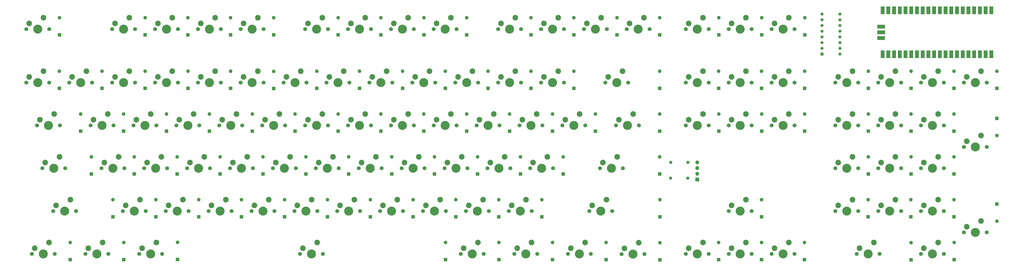
<source format=gbr>
%TF.GenerationSoftware,KiCad,Pcbnew,8.0.5*%
%TF.CreationDate,2025-05-24T22:33:41-04:00*%
%TF.ProjectId,Keyboard-Saturn,4b657962-6f61-4726-942d-53617475726e,rev?*%
%TF.SameCoordinates,Original*%
%TF.FileFunction,Soldermask,Top*%
%TF.FilePolarity,Negative*%
%FSLAX46Y46*%
G04 Gerber Fmt 4.6, Leading zero omitted, Abs format (unit mm)*
G04 Created by KiCad (PCBNEW 8.0.5) date 2025-05-24 22:33:41*
%MOMM*%
%LPD*%
G01*
G04 APERTURE LIST*
G04 Aperture macros list*
%AMRoundRect*
0 Rectangle with rounded corners*
0 $1 Rounding radius*
0 $2 $3 $4 $5 $6 $7 $8 $9 X,Y pos of 4 corners*
0 Add a 4 corners polygon primitive as box body*
4,1,4,$2,$3,$4,$5,$6,$7,$8,$9,$2,$3,0*
0 Add four circle primitives for the rounded corners*
1,1,$1+$1,$2,$3*
1,1,$1+$1,$4,$5*
1,1,$1+$1,$6,$7*
1,1,$1+$1,$8,$9*
0 Add four rect primitives between the rounded corners*
20,1,$1+$1,$2,$3,$4,$5,0*
20,1,$1+$1,$4,$5,$6,$7,0*
20,1,$1+$1,$6,$7,$8,$9,0*
20,1,$1+$1,$8,$9,$2,$3,0*%
G04 Aperture macros list end*
%ADD10R,1.600000X1.600000*%
%ADD11O,1.600000X1.600000*%
%ADD12C,1.750000*%
%ADD13C,4.000000*%
%ADD14C,2.500000*%
%ADD15R,1.700000X1.700000*%
%ADD16O,1.700000X1.700000*%
%ADD17C,1.400000*%
%ADD18O,1.400000X1.400000*%
%ADD19R,1.700000X3.500000*%
%ADD20R,3.500000X1.700000*%
%ADD21RoundRect,0.102000X-0.565000X-0.565000X0.565000X-0.565000X0.565000X0.565000X-0.565000X0.565000X0*%
%ADD22C,1.334000*%
G04 APERTURE END LIST*
D10*
%TO.C,D3*%
X97500000Y-59660000D03*
D11*
X97500000Y-52040000D03*
%TD*%
D12*
%TO.C,SW14*%
X25800000Y-80920000D03*
D13*
X30880000Y-80920000D03*
D12*
X35960000Y-80920000D03*
D14*
X27070000Y-78380000D03*
X33420000Y-75840000D03*
%TD*%
D10*
%TO.C,D30*%
X88000000Y-102500000D03*
D11*
X88000000Y-94880000D03*
%TD*%
D10*
%TO.C,D37*%
X221300000Y-102500000D03*
D11*
X221300000Y-94880000D03*
%TD*%
D12*
%TO.C,SW32*%
X111480000Y-99960000D03*
D13*
X116560000Y-99960000D03*
D12*
X121640000Y-99960000D03*
D14*
X112750000Y-97420000D03*
X119100000Y-94880000D03*
%TD*%
D12*
%TO.C,SW80*%
X337640000Y-99955000D03*
D13*
X342720000Y-99955000D03*
D12*
X347800000Y-99955000D03*
D14*
X338910000Y-97415000D03*
X345260000Y-94875000D03*
%TD*%
D10*
%TO.C,D1*%
X40500000Y-59620000D03*
D11*
X40500000Y-52000000D03*
%TD*%
D10*
%TO.C,D5*%
X135600000Y-59660000D03*
D11*
X135600000Y-52040000D03*
%TD*%
D10*
%TO.C,D76*%
X333150000Y-83470000D03*
D11*
X333150000Y-75850000D03*
%TD*%
D10*
%TO.C,D7*%
X183200000Y-59660000D03*
D11*
X183200000Y-52040000D03*
%TD*%
D10*
%TO.C,D50*%
X207000000Y-121500000D03*
D11*
X207000000Y-113880000D03*
%TD*%
D10*
%TO.C,D83*%
X371325000Y-102525000D03*
D11*
X371325000Y-94905000D03*
%TD*%
D12*
%TO.C,SW74*%
X290040000Y-157190000D03*
D13*
X295120000Y-157190000D03*
D12*
X300200000Y-157190000D03*
D14*
X291310000Y-154650000D03*
X297660000Y-152110000D03*
%TD*%
D12*
%TO.C,SW63*%
X201920000Y-138040000D03*
D13*
X207000000Y-138040000D03*
D12*
X212080000Y-138040000D03*
D14*
X203190000Y-135500000D03*
X209540000Y-132960000D03*
%TD*%
D10*
%TO.C,D98*%
X437625000Y-121550000D03*
D11*
X437625000Y-113930000D03*
%TD*%
D10*
%TO.C,D60*%
X159450000Y-140550000D03*
D11*
X159450000Y-132930000D03*
%TD*%
D10*
%TO.C,D104*%
X437600000Y-140600000D03*
D11*
X437600000Y-132980000D03*
%TD*%
D12*
%TO.C,SW46*%
X116240000Y-119000000D03*
D13*
X121320000Y-119000000D03*
D12*
X126400000Y-119000000D03*
D14*
X117510000Y-116460000D03*
X123860000Y-113920000D03*
%TD*%
D10*
%TO.C,D63*%
X216500000Y-140600000D03*
D11*
X216500000Y-132980000D03*
%TD*%
D12*
%TO.C,SW43*%
X59120000Y-119000000D03*
D13*
X64200000Y-119000000D03*
D12*
X69280000Y-119000000D03*
D14*
X60390000Y-116460000D03*
X66740000Y-113920000D03*
%TD*%
D10*
%TO.C,D25*%
X249800000Y-83400000D03*
D11*
X249800000Y-75780000D03*
%TD*%
D10*
%TO.C,D86*%
X352200000Y-140600000D03*
D11*
X352200000Y-132980000D03*
%TD*%
D12*
%TO.C,SW7*%
X168600000Y-57120000D03*
D13*
X173680000Y-57120000D03*
D12*
X178760000Y-57120000D03*
D14*
X169870000Y-54580000D03*
X176220000Y-52040000D03*
%TD*%
D10*
%TO.C,D28*%
X49900000Y-102500000D03*
D11*
X49900000Y-94880000D03*
%TD*%
D10*
%TO.C,D33*%
X145100000Y-102500000D03*
D11*
X145100000Y-94880000D03*
%TD*%
D12*
%TO.C,SW82*%
X356680000Y-80915000D03*
D13*
X361760000Y-80915000D03*
D12*
X366840000Y-80915000D03*
D14*
X357950000Y-78375000D03*
X364300000Y-75835000D03*
%TD*%
D10*
%TO.C,D4*%
X116500000Y-59660000D03*
D11*
X116500000Y-52040000D03*
%TD*%
D12*
%TO.C,SW64*%
X220960000Y-138040000D03*
D13*
X226040000Y-138040000D03*
D12*
X231120000Y-138040000D03*
D14*
X222230000Y-135500000D03*
X228580000Y-132960000D03*
%TD*%
D12*
%TO.C,SW78*%
X337640000Y-57115000D03*
D13*
X342720000Y-57115000D03*
D12*
X347800000Y-57115000D03*
D14*
X338910000Y-54575000D03*
X345260000Y-52035000D03*
%TD*%
D12*
%TO.C,SW84*%
X384920000Y-80915000D03*
D13*
X390000000Y-80915000D03*
D12*
X395080000Y-80915000D03*
D14*
X386190000Y-78375000D03*
X392540000Y-75835000D03*
%TD*%
D12*
%TO.C,SW97*%
X423000000Y-99955000D03*
D13*
X428080000Y-99955000D03*
D12*
X433160000Y-99955000D03*
D14*
X424270000Y-97415000D03*
X430620000Y-94875000D03*
%TD*%
D10*
%TO.C,D78*%
X352250000Y-59645000D03*
D11*
X352250000Y-52025000D03*
%TD*%
D12*
%TO.C,SW8*%
X187640000Y-57120000D03*
D13*
X192720000Y-57120000D03*
D12*
X197800000Y-57120000D03*
D14*
X188910000Y-54580000D03*
X195260000Y-52040000D03*
%TD*%
D10*
%TO.C,D90*%
X399575000Y-121525000D03*
D11*
X399575000Y-113905000D03*
%TD*%
D12*
%TO.C,SW59*%
X125760000Y-138040000D03*
D13*
X130840000Y-138040000D03*
D12*
X135920000Y-138040000D03*
D14*
X127030000Y-135500000D03*
X133380000Y-132960000D03*
%TD*%
D10*
%TO.C,D34*%
X164200000Y-102500000D03*
D11*
X164200000Y-94880000D03*
%TD*%
D12*
%TO.C,SW56*%
X68640000Y-138040000D03*
D13*
X73720000Y-138040000D03*
D12*
X78800000Y-138040000D03*
D14*
X69910000Y-135500000D03*
X76260000Y-132960000D03*
%TD*%
D10*
%TO.C,D44*%
X92800000Y-121510000D03*
D11*
X92800000Y-113890000D03*
%TD*%
D10*
%TO.C,D67*%
X45300000Y-159635000D03*
D11*
X45300000Y-152015000D03*
%TD*%
D10*
%TO.C,D71*%
X235625000Y-159650000D03*
D11*
X235625000Y-152030000D03*
%TD*%
D10*
%TO.C,D85*%
X333175000Y-159600000D03*
D11*
X333175000Y-151980000D03*
%TD*%
D12*
%TO.C,SW93*%
X403960000Y-99955000D03*
D13*
X409040000Y-99955000D03*
D12*
X414120000Y-99955000D03*
D14*
X405230000Y-97415000D03*
X411580000Y-94875000D03*
%TD*%
D12*
%TO.C,SW52*%
X230480000Y-119000000D03*
D13*
X235560000Y-119000000D03*
D12*
X240640000Y-119000000D03*
D14*
X231750000Y-116460000D03*
X238100000Y-113920000D03*
%TD*%
D10*
%TO.C,D19*%
X135600000Y-83500000D03*
D11*
X135600000Y-75880000D03*
%TD*%
D10*
%TO.C,D9*%
X221300000Y-59660000D03*
D11*
X221300000Y-52040000D03*
%TD*%
D10*
%TO.C,D70*%
X211875000Y-159600000D03*
D11*
X211875000Y-151980000D03*
%TD*%
D12*
%TO.C,SW75*%
X318600000Y-57115000D03*
D13*
X323680000Y-57115000D03*
D12*
X328760000Y-57115000D03*
D14*
X319870000Y-54575000D03*
X326220000Y-52035000D03*
%TD*%
D12*
%TO.C,SW12*%
X273320000Y-57120000D03*
D13*
X278400000Y-57120000D03*
D12*
X283480000Y-57120000D03*
D14*
X274590000Y-54580000D03*
X280940000Y-52040000D03*
%TD*%
D10*
%TO.C,D53*%
X264100000Y-121500000D03*
D11*
X264100000Y-113880000D03*
%TD*%
D10*
%TO.C,D18*%
X116500000Y-83400000D03*
D11*
X116500000Y-75780000D03*
%TD*%
D15*
%TO.C,J1*%
X323680000Y-123975000D03*
D16*
X323680000Y-121435000D03*
X323680000Y-118895000D03*
X323680000Y-116355000D03*
%TD*%
D12*
%TO.C,SW10*%
X235240000Y-57120000D03*
D13*
X240320000Y-57120000D03*
D12*
X245400000Y-57120000D03*
D14*
X236510000Y-54580000D03*
X242860000Y-52040000D03*
%TD*%
D12*
%TO.C,SW37*%
X206680000Y-99960000D03*
D13*
X211760000Y-99960000D03*
D12*
X216840000Y-99960000D03*
D14*
X207950000Y-97420000D03*
X214300000Y-94880000D03*
%TD*%
D10*
%TO.C,D47*%
X149900000Y-121500000D03*
D11*
X149900000Y-113880000D03*
%TD*%
D12*
%TO.C,SW36*%
X187640000Y-99960000D03*
D13*
X192720000Y-99960000D03*
D12*
X197800000Y-99960000D03*
D14*
X188910000Y-97420000D03*
X195260000Y-94880000D03*
%TD*%
D12*
%TO.C,SW30*%
X73400000Y-99960000D03*
D13*
X78480000Y-99960000D03*
D12*
X83560000Y-99960000D03*
D14*
X74670000Y-97420000D03*
X81020000Y-94880000D03*
%TD*%
D12*
%TO.C,SW51*%
X211440000Y-119000000D03*
D13*
X216520000Y-119000000D03*
D12*
X221600000Y-119000000D03*
D14*
X212710000Y-116460000D03*
X219060000Y-113920000D03*
%TD*%
D10*
%TO.C,D52*%
X245200000Y-121500000D03*
D11*
X245200000Y-113880000D03*
%TD*%
D10*
%TO.C,D8*%
X202300000Y-59660000D03*
D11*
X202300000Y-52040000D03*
%TD*%
D12*
%TO.C,SW83*%
X356680000Y-99955000D03*
D13*
X361760000Y-99955000D03*
D12*
X366840000Y-99955000D03*
D14*
X357950000Y-97415000D03*
X364300000Y-94875000D03*
%TD*%
D12*
%TO.C,SW15*%
X44840000Y-80920000D03*
D13*
X49920000Y-80920000D03*
D12*
X55000000Y-80920000D03*
D14*
X46110000Y-78380000D03*
X52460000Y-75840000D03*
%TD*%
D12*
%TO.C,SW76*%
X318600000Y-80915000D03*
D13*
X323680000Y-80915000D03*
D12*
X328760000Y-80915000D03*
D14*
X319870000Y-78375000D03*
X326220000Y-75835000D03*
%TD*%
D10*
%TO.C,D2*%
X78500000Y-59670000D03*
D11*
X78500000Y-52050000D03*
%TD*%
D12*
%TO.C,SW35*%
X168600000Y-99960000D03*
D13*
X173680000Y-99960000D03*
D12*
X178760000Y-99960000D03*
D14*
X169870000Y-97420000D03*
X176220000Y-94880000D03*
%TD*%
D10*
%TO.C,D72*%
X259400000Y-159650000D03*
D11*
X259400000Y-152030000D03*
%TD*%
D12*
%TO.C,SW100*%
X442040000Y-80915000D03*
D13*
X447120000Y-80915000D03*
D12*
X452200000Y-80915000D03*
D14*
X443310000Y-78375000D03*
X449660000Y-75835000D03*
%TD*%
D10*
%TO.C,D73*%
X283200000Y-159650000D03*
D11*
X283200000Y-152030000D03*
%TD*%
D12*
%TO.C,SW1*%
X25800000Y-57120000D03*
D13*
X30880000Y-57120000D03*
D12*
X35960000Y-57120000D03*
D14*
X27070000Y-54580000D03*
X33420000Y-52040000D03*
%TD*%
D10*
%TO.C,D24*%
X230800000Y-83400000D03*
D11*
X230800000Y-75780000D03*
%TD*%
D10*
%TO.C,D13*%
X307000000Y-59660000D03*
D11*
X307000000Y-52040000D03*
%TD*%
D12*
%TO.C,SW42*%
X32940000Y-119005000D03*
D13*
X38020000Y-119005000D03*
D12*
X43100000Y-119005000D03*
D14*
X34210000Y-116465000D03*
X40560000Y-113925000D03*
%TD*%
D12*
%TO.C,SW72*%
X242440000Y-157080000D03*
D13*
X247520000Y-157080000D03*
D12*
X252600000Y-157080000D03*
D14*
X243710000Y-154540000D03*
X250060000Y-152000000D03*
%TD*%
D12*
%TO.C,SW81*%
X356680000Y-57115000D03*
D13*
X361760000Y-57115000D03*
D12*
X366840000Y-57115000D03*
D14*
X357950000Y-54575000D03*
X364300000Y-52035000D03*
%TD*%
D12*
%TO.C,SW34*%
X149560000Y-99960000D03*
D13*
X154640000Y-99960000D03*
D12*
X159720000Y-99960000D03*
D14*
X150830000Y-97420000D03*
X157180000Y-94880000D03*
%TD*%
D17*
%TO.C,R4*%
X319500000Y-116350000D03*
D18*
X311880000Y-116350000D03*
%TD*%
D12*
%TO.C,SW17*%
X82920000Y-80920000D03*
D13*
X88000000Y-80920000D03*
D12*
X93080000Y-80920000D03*
D14*
X84190000Y-78380000D03*
X90540000Y-75840000D03*
%TD*%
D12*
%TO.C,SW95*%
X442040000Y-147555000D03*
D13*
X447120000Y-147555000D03*
D12*
X452200000Y-147555000D03*
D14*
X443310000Y-145015000D03*
X449660000Y-142475000D03*
%TD*%
D10*
%TO.C,D14*%
X40400000Y-83410000D03*
D11*
X40400000Y-75790000D03*
%TD*%
D10*
%TO.C,D31*%
X107100000Y-102500000D03*
D11*
X107100000Y-94880000D03*
%TD*%
D12*
%TO.C,SW65*%
X240000000Y-138040000D03*
D13*
X245080000Y-138040000D03*
D12*
X250160000Y-138040000D03*
D14*
X241270000Y-135500000D03*
X247620000Y-132960000D03*
%TD*%
D12*
%TO.C,SW53*%
X249520000Y-119000000D03*
D13*
X254600000Y-119000000D03*
D12*
X259680000Y-119000000D03*
D14*
X250790000Y-116460000D03*
X257140000Y-113920000D03*
%TD*%
D12*
%TO.C,SW28*%
X30560000Y-99960000D03*
D13*
X35640000Y-99960000D03*
D12*
X40720000Y-99960000D03*
D14*
X31830000Y-97420000D03*
X38180000Y-94880000D03*
%TD*%
D12*
%TO.C,SW44*%
X78160000Y-119000000D03*
D13*
X83240000Y-119000000D03*
D12*
X88320000Y-119000000D03*
D14*
X79430000Y-116460000D03*
X85780000Y-113920000D03*
%TD*%
D10*
%TO.C,D84*%
X399575000Y-83425000D03*
D11*
X399575000Y-75805000D03*
%TD*%
D12*
%TO.C,SW67*%
X28240000Y-157080000D03*
D13*
X33320000Y-157080000D03*
D12*
X38400000Y-157080000D03*
D14*
X29510000Y-154540000D03*
X35860000Y-152000000D03*
%TD*%
D10*
%TO.C,D102*%
X456650000Y-96775000D03*
D11*
X456650000Y-104395000D03*
%TD*%
D10*
%TO.C,D93*%
X418550000Y-102475000D03*
D11*
X418550000Y-94855000D03*
%TD*%
D12*
%TO.C,SW68*%
X52040000Y-157080000D03*
D13*
X57120000Y-157080000D03*
D12*
X62200000Y-157080000D03*
D14*
X53310000Y-154540000D03*
X59660000Y-152000000D03*
%TD*%
D10*
%TO.C,D35*%
X183200000Y-102500000D03*
D11*
X183200000Y-94880000D03*
%TD*%
D12*
%TO.C,SW25*%
X235240000Y-80920000D03*
D13*
X240320000Y-80920000D03*
D12*
X245400000Y-80920000D03*
D14*
X236510000Y-78380000D03*
X242860000Y-75840000D03*
%TD*%
D10*
%TO.C,D40*%
X278400000Y-102500000D03*
D11*
X278400000Y-94880000D03*
%TD*%
D10*
%TO.C,D103*%
X418500000Y-140625000D03*
D11*
X418500000Y-133005000D03*
%TD*%
D10*
%TO.C,D95*%
X456700000Y-134925000D03*
D11*
X456700000Y-142545000D03*
%TD*%
D12*
%TO.C,SW62*%
X182880000Y-138040000D03*
D13*
X187960000Y-138040000D03*
D12*
X193040000Y-138040000D03*
D14*
X184150000Y-135500000D03*
X190500000Y-132960000D03*
%TD*%
D17*
%TO.C,R3*%
X319400000Y-123425000D03*
D18*
X311780000Y-123425000D03*
%TD*%
D12*
%TO.C,SW38*%
X225720000Y-99960000D03*
D13*
X230800000Y-99960000D03*
D12*
X235880000Y-99960000D03*
D14*
X226990000Y-97420000D03*
X233340000Y-94880000D03*
%TD*%
D10*
%TO.C,D42*%
X54700000Y-121510000D03*
D11*
X54700000Y-113890000D03*
%TD*%
D12*
%TO.C,SW58*%
X106720000Y-138040000D03*
D13*
X111800000Y-138040000D03*
D12*
X116880000Y-138040000D03*
D14*
X107990000Y-135500000D03*
X114340000Y-132960000D03*
%TD*%
D12*
%TO.C,SW13*%
X292360000Y-57120000D03*
D13*
X297440000Y-57120000D03*
D12*
X302520000Y-57120000D03*
D14*
X293630000Y-54580000D03*
X299980000Y-52040000D03*
%TD*%
D10*
%TO.C,D68*%
X69100000Y-159635000D03*
D11*
X69100000Y-152015000D03*
%TD*%
D10*
%TO.C,D48*%
X168900000Y-121500000D03*
D11*
X168900000Y-113880000D03*
%TD*%
D12*
%TO.C,SW23*%
X197160000Y-80920000D03*
D13*
X202240000Y-80920000D03*
D12*
X207320000Y-80920000D03*
D14*
X198430000Y-78380000D03*
X204780000Y-75840000D03*
%TD*%
D12*
%TO.C,SW22*%
X178120000Y-80920000D03*
D13*
X183200000Y-80920000D03*
D12*
X188280000Y-80920000D03*
D14*
X179390000Y-78380000D03*
X185740000Y-75840000D03*
%TD*%
D12*
%TO.C,SW88*%
X384920000Y-99955000D03*
D13*
X390000000Y-99955000D03*
D12*
X395080000Y-99955000D03*
D14*
X386190000Y-97415000D03*
X392540000Y-94875000D03*
%TD*%
D12*
%TO.C,SW20*%
X140040000Y-80920000D03*
D13*
X145120000Y-80920000D03*
D12*
X150200000Y-80920000D03*
D14*
X141310000Y-78380000D03*
X147660000Y-75840000D03*
%TD*%
D12*
%TO.C,SW18*%
X101960000Y-80920000D03*
D13*
X107040000Y-80920000D03*
D12*
X112120000Y-80920000D03*
D14*
X103230000Y-78380000D03*
X109580000Y-75840000D03*
%TD*%
D12*
%TO.C,SW33*%
X130520000Y-99960000D03*
D13*
X135600000Y-99960000D03*
D12*
X140680000Y-99960000D03*
D14*
X131790000Y-97420000D03*
X138140000Y-94880000D03*
%TD*%
D12*
%TO.C,SW6*%
X149560000Y-57120000D03*
D13*
X154640000Y-57120000D03*
D12*
X159720000Y-57120000D03*
D14*
X150830000Y-54580000D03*
X157180000Y-52040000D03*
%TD*%
D10*
%TO.C,D54*%
X307000000Y-121500000D03*
D11*
X307000000Y-113880000D03*
%TD*%
D12*
%TO.C,SW91*%
X394440000Y-157075000D03*
D13*
X399520000Y-157075000D03*
D12*
X404600000Y-157075000D03*
D14*
X395710000Y-154535000D03*
X402060000Y-151995000D03*
%TD*%
D12*
%TO.C,SW85*%
X318600000Y-157075000D03*
D13*
X323680000Y-157075000D03*
D12*
X328760000Y-157075000D03*
D14*
X319870000Y-154535000D03*
X326220000Y-151995000D03*
%TD*%
D10*
%TO.C,D21*%
X173700000Y-83400000D03*
D11*
X173700000Y-75780000D03*
%TD*%
D10*
%TO.C,D58*%
X121300000Y-140550000D03*
D11*
X121300000Y-132930000D03*
%TD*%
D10*
%TO.C,D101*%
X399525000Y-140600000D03*
D11*
X399525000Y-132980000D03*
%TD*%
D12*
%TO.C,SW24*%
X216200000Y-80920000D03*
D13*
X221280000Y-80920000D03*
D12*
X226360000Y-80920000D03*
D14*
X217470000Y-78380000D03*
X223820000Y-75840000D03*
%TD*%
D10*
%TO.C,D10*%
X249800000Y-59660000D03*
D11*
X249800000Y-52040000D03*
%TD*%
D10*
%TO.C,D36*%
X202200000Y-102500000D03*
D11*
X202200000Y-94880000D03*
%TD*%
D10*
%TO.C,D6*%
X164200000Y-59660000D03*
D11*
X164200000Y-52040000D03*
%TD*%
D10*
%TO.C,D32*%
X126100000Y-102500000D03*
D11*
X126100000Y-94880000D03*
%TD*%
D12*
%TO.C,SW40*%
X263800000Y-99960000D03*
D13*
X268880000Y-99960000D03*
D12*
X273960000Y-99960000D03*
D14*
X265070000Y-97420000D03*
X271420000Y-94880000D03*
%TD*%
D12*
%TO.C,SW31*%
X92440000Y-99960000D03*
D13*
X97520000Y-99960000D03*
D12*
X102600000Y-99960000D03*
D14*
X93710000Y-97420000D03*
X100060000Y-94880000D03*
%TD*%
D10*
%TO.C,D97*%
X437575000Y-102525000D03*
D11*
X437575000Y-94905000D03*
%TD*%
D12*
%TO.C,SW39*%
X244760000Y-99960000D03*
D13*
X249840000Y-99960000D03*
D12*
X254920000Y-99960000D03*
D14*
X246030000Y-97420000D03*
X252380000Y-94880000D03*
%TD*%
D10*
%TO.C,D100*%
X456625000Y-83460000D03*
D11*
X456625000Y-75840000D03*
%TD*%
D12*
%TO.C,SW92*%
X403960000Y-80915000D03*
D13*
X409040000Y-80915000D03*
D12*
X414120000Y-80915000D03*
D14*
X405230000Y-78375000D03*
X411580000Y-75835000D03*
%TD*%
D10*
%TO.C,D29*%
X69000000Y-102500000D03*
D11*
X69000000Y-94880000D03*
%TD*%
D10*
%TO.C,D22*%
X192800000Y-83410000D03*
D11*
X192800000Y-75790000D03*
%TD*%
D12*
%TO.C,SW103*%
X403960000Y-138035000D03*
D13*
X409040000Y-138035000D03*
D12*
X414120000Y-138035000D03*
D14*
X405230000Y-135495000D03*
X411580000Y-132955000D03*
%TD*%
D12*
%TO.C,SW9*%
X206680000Y-57120000D03*
D13*
X211760000Y-57120000D03*
D12*
X216840000Y-57120000D03*
D14*
X207950000Y-54580000D03*
X214300000Y-52040000D03*
%TD*%
D12*
%TO.C,SW73*%
X266255000Y-157090000D03*
D13*
X271335000Y-157090000D03*
D12*
X276415000Y-157090000D03*
D14*
X267525000Y-154550000D03*
X273875000Y-152010000D03*
%TD*%
D10*
%TO.C,D12*%
X288000000Y-59660000D03*
D11*
X288000000Y-52040000D03*
%TD*%
D10*
%TO.C,D27*%
X306950000Y-83435000D03*
D11*
X306950000Y-75815000D03*
%TD*%
D10*
%TO.C,D38*%
X240300000Y-102500000D03*
D11*
X240300000Y-94880000D03*
%TD*%
D10*
%TO.C,D89*%
X371225000Y-159650000D03*
D11*
X371225000Y-152030000D03*
%TD*%
D10*
%TO.C,D57*%
X102350000Y-140600000D03*
D11*
X102350000Y-132980000D03*
%TD*%
D12*
%TO.C,SW87*%
X337640000Y-157075000D03*
D13*
X342720000Y-157075000D03*
D12*
X347800000Y-157075000D03*
D14*
X338910000Y-154535000D03*
X345260000Y-151995000D03*
%TD*%
D10*
%TO.C,D79*%
X352200000Y-83420000D03*
D11*
X352200000Y-75800000D03*
%TD*%
D12*
%TO.C,SW86*%
X337640000Y-138035000D03*
D13*
X342720000Y-138035000D03*
D12*
X347800000Y-138035000D03*
D14*
X338910000Y-135495000D03*
X345260000Y-132955000D03*
%TD*%
D10*
%TO.C,D81*%
X371375000Y-59665000D03*
D11*
X371375000Y-52045000D03*
%TD*%
D10*
%TO.C,D45*%
X111800000Y-121510000D03*
D11*
X111800000Y-113890000D03*
%TD*%
D12*
%TO.C,SW26*%
X254280000Y-80920000D03*
D13*
X259360000Y-80920000D03*
D12*
X264440000Y-80920000D03*
D14*
X255550000Y-78380000D03*
X261900000Y-75840000D03*
%TD*%
D12*
%TO.C,SW61*%
X163840000Y-138040000D03*
D13*
X168920000Y-138040000D03*
D12*
X174000000Y-138040000D03*
D14*
X165110000Y-135500000D03*
X171460000Y-132960000D03*
%TD*%
D10*
%TO.C,D43*%
X73700000Y-121510000D03*
D11*
X73700000Y-113890000D03*
%TD*%
D10*
%TO.C,D46*%
X130900000Y-121510000D03*
D11*
X130900000Y-113890000D03*
%TD*%
D12*
%TO.C,SW96*%
X423000000Y-80915000D03*
D13*
X428080000Y-80915000D03*
D12*
X433160000Y-80915000D03*
D14*
X424270000Y-78375000D03*
X430620000Y-75835000D03*
%TD*%
D12*
%TO.C,SW47*%
X135280000Y-119000000D03*
D13*
X140360000Y-119000000D03*
D12*
X145440000Y-119000000D03*
D14*
X136550000Y-116460000D03*
X142900000Y-113920000D03*
%TD*%
D12*
%TO.C,SW21*%
X159080000Y-80920000D03*
D13*
X164160000Y-80920000D03*
D12*
X169240000Y-80920000D03*
D14*
X160350000Y-78380000D03*
X166700000Y-75840000D03*
%TD*%
D10*
%TO.C,D17*%
X97600000Y-83400000D03*
D11*
X97600000Y-75780000D03*
%TD*%
D12*
%TO.C,SW102*%
X442040000Y-109475000D03*
D13*
X447120000Y-109475000D03*
D12*
X452200000Y-109475000D03*
D14*
X443310000Y-106935000D03*
X449660000Y-104395000D03*
%TD*%
D12*
%TO.C,SW99*%
X423000000Y-157075000D03*
D13*
X428080000Y-157075000D03*
D12*
X433160000Y-157075000D03*
D14*
X424270000Y-154535000D03*
X430620000Y-151995000D03*
%TD*%
D10*
%TO.C,D88*%
X399575000Y-102475000D03*
D11*
X399575000Y-94855000D03*
%TD*%
D12*
%TO.C,SW11*%
X254280000Y-57120000D03*
D13*
X259360000Y-57120000D03*
D12*
X264440000Y-57120000D03*
D14*
X255550000Y-54580000D03*
X261900000Y-52040000D03*
%TD*%
D10*
%TO.C,D75*%
X333250000Y-59615000D03*
D11*
X333250000Y-51995000D03*
%TD*%
D12*
%TO.C,SW48*%
X154320000Y-119000000D03*
D13*
X159400000Y-119000000D03*
D12*
X164480000Y-119000000D03*
D14*
X155590000Y-116460000D03*
X161940000Y-113920000D03*
%TD*%
D10*
%TO.C,D15*%
X59400000Y-83400000D03*
D11*
X59400000Y-75780000D03*
%TD*%
D12*
%TO.C,SW71*%
X218640000Y-157080000D03*
D13*
X223720000Y-157080000D03*
D12*
X228800000Y-157080000D03*
D14*
X219910000Y-154540000D03*
X226260000Y-152000000D03*
%TD*%
D12*
%TO.C,SW27*%
X282840000Y-80920000D03*
D13*
X287920000Y-80920000D03*
D12*
X293000000Y-80920000D03*
D14*
X284110000Y-78380000D03*
X290460000Y-75840000D03*
%TD*%
D10*
%TO.C,D59*%
X140400000Y-140550000D03*
D11*
X140400000Y-132930000D03*
%TD*%
D12*
%TO.C,SW16*%
X63880000Y-80920000D03*
D13*
X68960000Y-80920000D03*
D12*
X74040000Y-80920000D03*
D14*
X65150000Y-78380000D03*
X71500000Y-75840000D03*
%TD*%
D10*
%TO.C,D20*%
X154700000Y-83410000D03*
D11*
X154700000Y-75790000D03*
%TD*%
D10*
%TO.C,D26*%
X268900000Y-83400000D03*
D11*
X268900000Y-75780000D03*
%TD*%
D12*
%TO.C,SW2*%
X63880000Y-57120000D03*
D13*
X68960000Y-57120000D03*
D12*
X74040000Y-57120000D03*
D14*
X65150000Y-54580000D03*
X71500000Y-52040000D03*
%TD*%
D10*
%TO.C,D77*%
X333200000Y-102470000D03*
D11*
X333200000Y-94850000D03*
%TD*%
D12*
%TO.C,SW57*%
X87680000Y-138040000D03*
D13*
X92760000Y-138040000D03*
D12*
X97840000Y-138040000D03*
D14*
X88950000Y-135500000D03*
X95300000Y-132960000D03*
%TD*%
D10*
%TO.C,D49*%
X188000000Y-121500000D03*
D11*
X188000000Y-113880000D03*
%TD*%
D12*
%TO.C,SW45*%
X97200000Y-119000000D03*
D13*
X102280000Y-119000000D03*
D12*
X107360000Y-119000000D03*
D14*
X98470000Y-116460000D03*
X104820000Y-113920000D03*
%TD*%
D10*
%TO.C,D80*%
X352275000Y-102525000D03*
D11*
X352275000Y-94905000D03*
%TD*%
D12*
%TO.C,SW60*%
X144800000Y-138040000D03*
D13*
X149880000Y-138040000D03*
D12*
X154960000Y-138040000D03*
D14*
X146070000Y-135500000D03*
X152420000Y-132960000D03*
%TD*%
D10*
%TO.C,D91*%
X418600000Y-159725000D03*
D11*
X418600000Y-152105000D03*
%TD*%
D10*
%TO.C,D61*%
X178500000Y-140550000D03*
D11*
X178500000Y-132930000D03*
%TD*%
D10*
%TO.C,D99*%
X437675000Y-159625000D03*
D11*
X437675000Y-152005000D03*
%TD*%
D12*
%TO.C,SW90*%
X384920000Y-118995000D03*
D13*
X390000000Y-118995000D03*
D12*
X395080000Y-118995000D03*
D14*
X386190000Y-116455000D03*
X392540000Y-113915000D03*
%TD*%
D12*
%TO.C,SW50*%
X192400000Y-119000000D03*
D13*
X197480000Y-119000000D03*
D12*
X202560000Y-119000000D03*
D14*
X193670000Y-116460000D03*
X200020000Y-113920000D03*
%TD*%
D10*
%TO.C,D66*%
X307050000Y-140600000D03*
D11*
X307050000Y-132980000D03*
%TD*%
D12*
%TO.C,SW55*%
X37690000Y-138040000D03*
D13*
X42770000Y-138040000D03*
D12*
X47850000Y-138040000D03*
D14*
X38960000Y-135500000D03*
X45310000Y-132960000D03*
%TD*%
D10*
%TO.C,D69*%
X92900000Y-159575000D03*
D11*
X92900000Y-151955000D03*
%TD*%
D12*
%TO.C,SW89*%
X356680000Y-157075000D03*
D13*
X361760000Y-157075000D03*
D12*
X366840000Y-157075000D03*
D14*
X357950000Y-154535000D03*
X364300000Y-151995000D03*
%TD*%
D12*
%TO.C,SW101*%
X384920000Y-138035000D03*
D13*
X390000000Y-138035000D03*
D12*
X395080000Y-138035000D03*
D14*
X386190000Y-135495000D03*
X392540000Y-132955000D03*
%TD*%
D10*
%TO.C,D65*%
X254650000Y-140600000D03*
D11*
X254650000Y-132980000D03*
%TD*%
D12*
%TO.C,SW77*%
X318600000Y-99955000D03*
D13*
X323680000Y-99955000D03*
D12*
X328760000Y-99955000D03*
D14*
X319870000Y-97415000D03*
X326220000Y-94875000D03*
%TD*%
D12*
%TO.C,SW70*%
X147325000Y-157075000D03*
D13*
X152405000Y-157075000D03*
D12*
X157485000Y-157075000D03*
D14*
X148595000Y-154535000D03*
X154945000Y-151995000D03*
%TD*%
D12*
%TO.C,SW3*%
X82920000Y-57120000D03*
D13*
X88000000Y-57120000D03*
D12*
X93080000Y-57120000D03*
D14*
X84190000Y-54580000D03*
X90540000Y-52040000D03*
%TD*%
D12*
%TO.C,SW4*%
X101960000Y-57120000D03*
D13*
X107040000Y-57120000D03*
D12*
X112120000Y-57120000D03*
D14*
X103230000Y-54580000D03*
X109580000Y-52040000D03*
%TD*%
D12*
%TO.C,SW41*%
X287600000Y-99960000D03*
D13*
X292680000Y-99960000D03*
D12*
X297760000Y-99960000D03*
D14*
X288870000Y-97420000D03*
X295220000Y-94880000D03*
%TD*%
D12*
%TO.C,SW79*%
X337640000Y-80915000D03*
D13*
X342720000Y-80915000D03*
D12*
X347800000Y-80915000D03*
D14*
X338910000Y-78375000D03*
X345260000Y-75835000D03*
%TD*%
D10*
%TO.C,D64*%
X235550000Y-140600000D03*
D11*
X235550000Y-132980000D03*
%TD*%
D10*
%TO.C,D23*%
X211800000Y-83410000D03*
D11*
X211800000Y-75790000D03*
%TD*%
D10*
%TO.C,D56*%
X83250000Y-140600000D03*
D11*
X83250000Y-132980000D03*
%TD*%
D10*
%TO.C,D51*%
X226100000Y-121500000D03*
D11*
X226100000Y-113880000D03*
%TD*%
D12*
%TO.C,SW94*%
X403960000Y-118995000D03*
D13*
X409040000Y-118995000D03*
D12*
X414120000Y-118995000D03*
D14*
X405230000Y-116455000D03*
X411580000Y-113915000D03*
%TD*%
D10*
%TO.C,D92*%
X418600000Y-83425000D03*
D11*
X418600000Y-75805000D03*
%TD*%
D10*
%TO.C,D82*%
X371350000Y-83470000D03*
D11*
X371350000Y-75850000D03*
%TD*%
D12*
%TO.C,SW54*%
X280480000Y-119000000D03*
D13*
X285560000Y-119000000D03*
D12*
X290640000Y-119000000D03*
D14*
X281750000Y-116460000D03*
X288100000Y-113920000D03*
%TD*%
D10*
%TO.C,D96*%
X437625000Y-83425000D03*
D11*
X437625000Y-75805000D03*
%TD*%
D16*
%TO.C,U1*%
X454240000Y-49615000D03*
D19*
X454240000Y-48715000D03*
D16*
X451700000Y-49615000D03*
D19*
X451700000Y-48715000D03*
D15*
X449160000Y-49615000D03*
D19*
X449160000Y-48715000D03*
D16*
X446620000Y-49615000D03*
D19*
X446620000Y-48715000D03*
D16*
X444080000Y-49615000D03*
D19*
X444080000Y-48715000D03*
D16*
X441540000Y-49615000D03*
D19*
X441540000Y-48715000D03*
D16*
X439000000Y-49615000D03*
D19*
X439000000Y-48715000D03*
D15*
X436460000Y-49615000D03*
D19*
X436460000Y-48715000D03*
D16*
X433920000Y-49615000D03*
D19*
X433920000Y-48715000D03*
D16*
X431380000Y-49615000D03*
D19*
X431380000Y-48715000D03*
D16*
X428840000Y-49615000D03*
D19*
X428840000Y-48715000D03*
D16*
X426300000Y-49615000D03*
D19*
X426300000Y-48715000D03*
D15*
X423760000Y-49615000D03*
D19*
X423760000Y-48715000D03*
D16*
X421220000Y-49615000D03*
D19*
X421220000Y-48715000D03*
D16*
X418680000Y-49615000D03*
D19*
X418680000Y-48715000D03*
D16*
X416140000Y-49615000D03*
D19*
X416140000Y-48715000D03*
D16*
X413600000Y-49615000D03*
D19*
X413600000Y-48715000D03*
D15*
X411060000Y-49615000D03*
D19*
X411060000Y-48715000D03*
D16*
X408520000Y-49615000D03*
D19*
X408520000Y-48715000D03*
D16*
X405980000Y-49615000D03*
D19*
X405980000Y-48715000D03*
D16*
X405980000Y-67395000D03*
D19*
X405980000Y-68295000D03*
D16*
X408520000Y-67395000D03*
D19*
X408520000Y-68295000D03*
D15*
X411060000Y-67395000D03*
D19*
X411060000Y-68295000D03*
D16*
X413600000Y-67395000D03*
D19*
X413600000Y-68295000D03*
D16*
X416140000Y-67395000D03*
D19*
X416140000Y-68295000D03*
D16*
X418680000Y-67395000D03*
D19*
X418680000Y-68295000D03*
D16*
X421220000Y-67395000D03*
D19*
X421220000Y-68295000D03*
D15*
X423760000Y-67395000D03*
D19*
X423760000Y-68295000D03*
D16*
X426300000Y-67395000D03*
D19*
X426300000Y-68295000D03*
D16*
X428840000Y-67395000D03*
D19*
X428840000Y-68295000D03*
D16*
X431380000Y-67395000D03*
D19*
X431380000Y-68295000D03*
D16*
X433920000Y-67395000D03*
D19*
X433920000Y-68295000D03*
D15*
X436460000Y-67395000D03*
D19*
X436460000Y-68295000D03*
D16*
X439000000Y-67395000D03*
D19*
X439000000Y-68295000D03*
D16*
X441540000Y-67395000D03*
D19*
X441540000Y-68295000D03*
D16*
X444080000Y-67395000D03*
D19*
X444080000Y-68295000D03*
D16*
X446620000Y-67395000D03*
D19*
X446620000Y-68295000D03*
D15*
X449160000Y-67395000D03*
D19*
X449160000Y-68295000D03*
D16*
X451700000Y-67395000D03*
D19*
X451700000Y-68295000D03*
D16*
X454240000Y-67395000D03*
D19*
X454240000Y-68295000D03*
D16*
X406210000Y-55965000D03*
D20*
X405310000Y-55965000D03*
D15*
X406210000Y-58505000D03*
D20*
X405310000Y-58505000D03*
D16*
X406210000Y-61045000D03*
D20*
X405310000Y-61045000D03*
%TD*%
D12*
%TO.C,SW66*%
X275760000Y-138040000D03*
D13*
X280840000Y-138040000D03*
D12*
X285920000Y-138040000D03*
D14*
X277030000Y-135500000D03*
X283380000Y-132960000D03*
%TD*%
D10*
%TO.C,D41*%
X307000000Y-102500000D03*
D11*
X307000000Y-94880000D03*
%TD*%
D10*
%TO.C,D39*%
X259400000Y-102500000D03*
D11*
X259400000Y-94880000D03*
%TD*%
D12*
%TO.C,SW104*%
X423000000Y-138035000D03*
D13*
X428080000Y-138035000D03*
D12*
X433160000Y-138035000D03*
D14*
X424270000Y-135495000D03*
X430620000Y-132955000D03*
%TD*%
D10*
%TO.C,D11*%
X268900000Y-59660000D03*
D11*
X268900000Y-52040000D03*
%TD*%
D10*
%TO.C,D62*%
X197500000Y-140600000D03*
D11*
X197500000Y-132980000D03*
%TD*%
D10*
%TO.C,D55*%
X64250000Y-140610000D03*
D11*
X64250000Y-132990000D03*
%TD*%
D12*
%TO.C,SW49*%
X173360000Y-119000000D03*
D13*
X178440000Y-119000000D03*
D12*
X183520000Y-119000000D03*
D14*
X174630000Y-116460000D03*
X180980000Y-113920000D03*
%TD*%
D10*
%TO.C,D16*%
X78500000Y-83400000D03*
D11*
X78500000Y-75780000D03*
%TD*%
D12*
%TO.C,SW5*%
X121000000Y-57120000D03*
D13*
X126080000Y-57120000D03*
D12*
X131160000Y-57120000D03*
D14*
X122270000Y-54580000D03*
X128620000Y-52040000D03*
%TD*%
D12*
%TO.C,SW19*%
X121000000Y-80920000D03*
D13*
X126080000Y-80920000D03*
D12*
X131160000Y-80920000D03*
D14*
X122270000Y-78380000D03*
X128620000Y-75840000D03*
%TD*%
D12*
%TO.C,SW69*%
X75920000Y-157080000D03*
D13*
X81000000Y-157080000D03*
D12*
X86080000Y-157080000D03*
D14*
X77190000Y-154540000D03*
X83540000Y-152000000D03*
%TD*%
D12*
%TO.C,SW29*%
X54360000Y-99960000D03*
D13*
X59440000Y-99960000D03*
D12*
X64520000Y-99960000D03*
D14*
X55630000Y-97420000D03*
X61980000Y-94880000D03*
%TD*%
D12*
%TO.C,SW98*%
X423000000Y-118995000D03*
D13*
X428080000Y-118995000D03*
D12*
X433160000Y-118995000D03*
D14*
X424270000Y-116455000D03*
X430620000Y-113915000D03*
%TD*%
D10*
%TO.C,D87*%
X352175000Y-159600000D03*
D11*
X352175000Y-151980000D03*
%TD*%
D10*
%TO.C,D94*%
X418600000Y-121525000D03*
D11*
X418600000Y-113905000D03*
%TD*%
D10*
%TO.C,D74*%
X307025000Y-159725000D03*
D11*
X307025000Y-152105000D03*
%TD*%
D21*
%TO.C,U3*%
X379000000Y-68200000D03*
D22*
X379000000Y-65660000D03*
X379000000Y-63120000D03*
X379000000Y-60580000D03*
X379000000Y-58040000D03*
X379000000Y-55500000D03*
X379000000Y-52960000D03*
X379000000Y-50420000D03*
X386940000Y-50420000D03*
X386940000Y-52960000D03*
X386940000Y-55500000D03*
X386940000Y-58040000D03*
X386940000Y-60580000D03*
X386940000Y-63120000D03*
X386940000Y-65660000D03*
X386940000Y-68200000D03*
%TD*%
M02*

</source>
